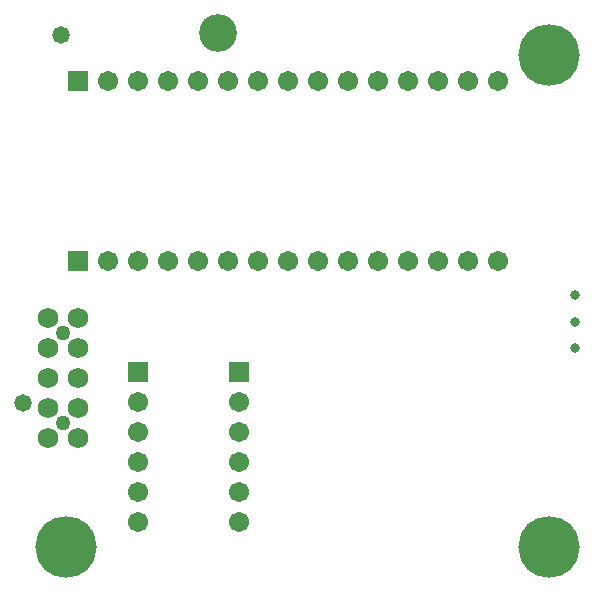
<source format=gbr>
%TF.GenerationSoftware,Altium Limited,Altium Designer,20.2.5 (213)*%
G04 Layer_Color=16711935*
%FSLAX25Y25*%
%MOIN*%
%TF.SameCoordinates,03ADE540-DEBB-48E1-BD2F-024036EB756D*%
%TF.FilePolarity,Negative*%
%TF.FileFunction,Soldermask,Bot*%
%TF.Part,Single*%
G01*
G75*
%TA.AperFunction,ViaPad*%
%ADD21C,0.05000*%
%TA.AperFunction,ComponentPad*%
%ADD26R,0.06706X0.06706*%
%ADD27C,0.06706*%
%ADD28R,0.06706X0.06706*%
%ADD29C,0.06800*%
%TA.AperFunction,ViaPad*%
%ADD30C,0.03162*%
%ADD31C,0.05800*%
%ADD32C,0.20485*%
%ADD33C,0.12611*%
D21*
X20500Y59500D02*
D03*
Y89500D02*
D03*
D26*
X25500Y113500D02*
D03*
Y173500D02*
D03*
D27*
X35500Y113500D02*
D03*
X45500D02*
D03*
X55500D02*
D03*
X65500D02*
D03*
X75500D02*
D03*
X85500D02*
D03*
X95500D02*
D03*
X105500D02*
D03*
X115500D02*
D03*
X125500D02*
D03*
X135500D02*
D03*
X145500D02*
D03*
X155500D02*
D03*
X165500D02*
D03*
Y173500D02*
D03*
X155500D02*
D03*
X145500D02*
D03*
X135500D02*
D03*
X125500D02*
D03*
X115500D02*
D03*
X105500D02*
D03*
X95500D02*
D03*
X85500D02*
D03*
X75500D02*
D03*
X65500D02*
D03*
X55500D02*
D03*
X45500D02*
D03*
X35500D02*
D03*
X45500Y66500D02*
D03*
Y56500D02*
D03*
Y46500D02*
D03*
Y36500D02*
D03*
Y26500D02*
D03*
X79000Y66500D02*
D03*
Y56500D02*
D03*
Y46500D02*
D03*
Y36500D02*
D03*
Y26500D02*
D03*
D28*
X45500Y76500D02*
D03*
X79000D02*
D03*
D29*
X25500Y54500D02*
D03*
X15500Y54500D02*
D03*
Y64500D02*
D03*
X25500D02*
D03*
Y74500D02*
D03*
X15500D02*
D03*
Y84500D02*
D03*
X25500D02*
D03*
Y94500D02*
D03*
X15500D02*
D03*
D30*
X191000Y102000D02*
D03*
Y84500D02*
D03*
Y93250D02*
D03*
D31*
X7000Y66000D02*
D03*
X19876Y188898D02*
D03*
D32*
X21390Y18098D02*
D03*
X182390D02*
D03*
Y182098D02*
D03*
D33*
X72000Y189500D02*
D03*
%TF.MD5,16d3b09c5095c935d3a01862cd9d7116*%
M02*

</source>
